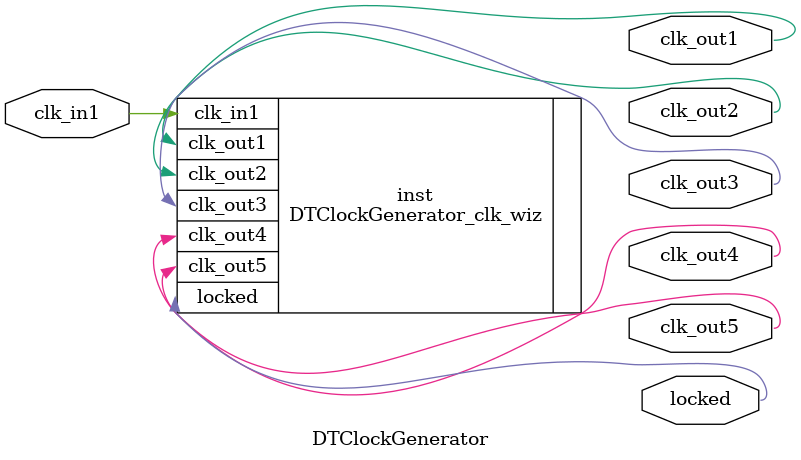
<source format=v>


`timescale 1ps/1ps

(* CORE_GENERATION_INFO = "DTClockGenerator,clk_wiz_v6_0_2_0_0,{component_name=DTClockGenerator,use_phase_alignment=true,use_min_o_jitter=false,use_max_i_jitter=false,use_dyn_phase_shift=false,use_inclk_switchover=false,use_dyn_reconfig=false,enable_axi=0,feedback_source=FDBK_AUTO,PRIMITIVE=MMCM,num_out_clk=5,clkin1_period=6.250,clkin2_period=10.0,use_power_down=false,use_reset=false,use_locked=true,use_inclk_stopped=false,feedback_type=SINGLE,CLOCK_MGR_TYPE=NA,manual_override=false}" *)

module DTClockGenerator 
 (
  // Clock out ports
  output        clk_out1,
  output        clk_out2,
  output        clk_out3,
  output        clk_out4,
  output        clk_out5,
  // Status and control signals
  output        locked,
 // Clock in ports
  input         clk_in1
 );

  DTClockGenerator_clk_wiz inst
  (
  // Clock out ports  
  .clk_out1(clk_out1),
  .clk_out2(clk_out2),
  .clk_out3(clk_out3),
  .clk_out4(clk_out4),
  .clk_out5(clk_out5),
  // Status and control signals               
  .locked(locked),
 // Clock in ports
  .clk_in1(clk_in1)
  );

endmodule

</source>
